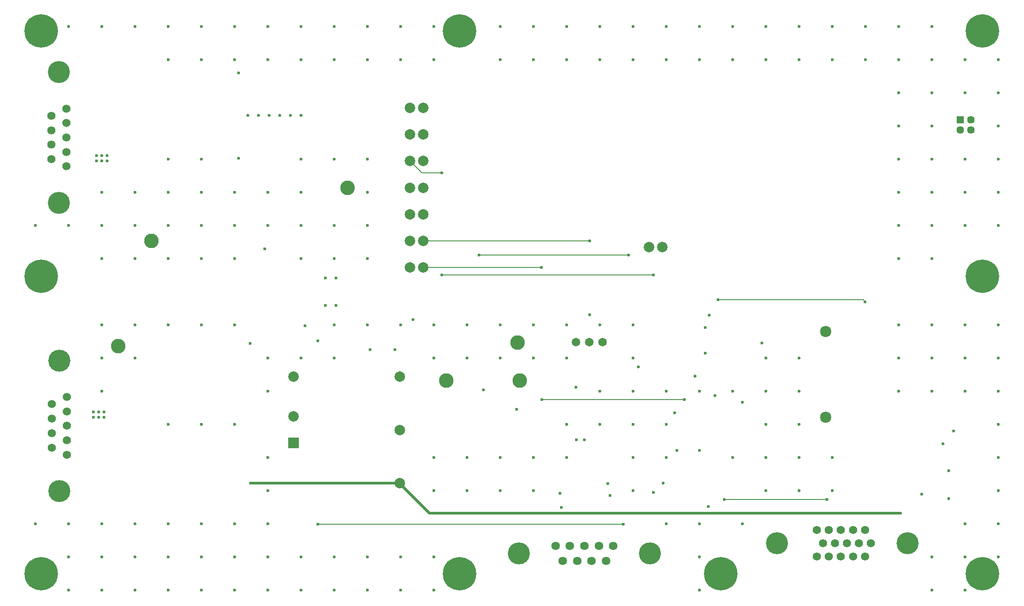
<source format=gbr>
%TF.GenerationSoftware,KiCad,Pcbnew,9.0.3*%
%TF.CreationDate,2025-09-16T12:03:33-04:00*%
%TF.ProjectId,6_COLD_TPC_HV,365f434f-4c44-45f5-9450-435f48562e6b,rev?*%
%TF.SameCoordinates,Original*%
%TF.FileFunction,Copper,L5,Inr*%
%TF.FilePolarity,Positive*%
%FSLAX46Y46*%
G04 Gerber Fmt 4.6, Leading zero omitted, Abs format (unit mm)*
G04 Created by KiCad (PCBNEW 9.0.3) date 2025-09-16 12:03:33*
%MOMM*%
%LPD*%
G01*
G04 APERTURE LIST*
%TA.AperFunction,ComponentPad*%
%ADD10C,2.800000*%
%TD*%
%TA.AperFunction,ComponentPad*%
%ADD11C,6.400000*%
%TD*%
%TA.AperFunction,ComponentPad*%
%ADD12C,2.159000*%
%TD*%
%TA.AperFunction,ComponentPad*%
%ADD13C,1.575000*%
%TD*%
%TA.AperFunction,ComponentPad*%
%ADD14C,4.216000*%
%TD*%
%TA.AperFunction,ComponentPad*%
%ADD15C,1.650000*%
%TD*%
%TA.AperFunction,ComponentPad*%
%ADD16C,2.000000*%
%TD*%
%TA.AperFunction,ComponentPad*%
%ADD17R,1.447800X1.447800*%
%TD*%
%TA.AperFunction,ComponentPad*%
%ADD18C,1.447800*%
%TD*%
%TA.AperFunction,ComponentPad*%
%ADD19C,1.635000*%
%TD*%
%TA.AperFunction,ComponentPad*%
%ADD20C,1.560000*%
%TD*%
%TA.AperFunction,ComponentPad*%
%ADD21R,2.000000X2.000000*%
%TD*%
%TA.AperFunction,ViaPad*%
%ADD22C,0.600000*%
%TD*%
%TA.AperFunction,Conductor*%
%ADD23C,0.500000*%
%TD*%
%TA.AperFunction,Conductor*%
%ADD24C,0.200000*%
%TD*%
G04 APERTURE END LIST*
D10*
%TO.N,/V_TELEM_RTN*%
%TO.C,GND1*%
X104730000Y-118410000D03*
%TD*%
D11*
%TO.N,GNDPWR*%
%TO.C,H3*%
X270000000Y-58000000D03*
%TD*%
%TO.N,GNDPWR*%
%TO.C,H2*%
X90000000Y-105000000D03*
%TD*%
D12*
%TO.N,Net-(P1-Pad1)*%
%TO.C,P1*%
X240000000Y-132049800D03*
%TD*%
D11*
%TO.N,GNDPWR*%
%TO.C,H6*%
X170000000Y-58000000D03*
%TD*%
D13*
%TO.N,/TEMP_0_Telem*%
%TO.C,J3*%
X247536000Y-153630000D03*
%TO.N,/TEMP_1_Telem*%
X245246000Y-153630000D03*
%TO.N,unconnected-(J3-Pad3)*%
X242956000Y-153630000D03*
%TO.N,/HV_I_MON_Telem*%
X240666000Y-153630000D03*
%TO.N,/HV_MON_Telem*%
X238376000Y-153630000D03*
%TO.N,/V3p3_RTN*%
X248681000Y-156170000D03*
X246391000Y-156170000D03*
X244101000Y-156170000D03*
X241811000Y-156170000D03*
X239521000Y-156170000D03*
%TO.N,unconnected-(J3-Pad11)*%
X247536000Y-158710000D03*
%TO.N,unconnected-(J3-Pad12)*%
X245246000Y-158710000D03*
%TO.N,unconnected-(J3-Pad13)*%
X242956000Y-158710000D03*
%TO.N,unconnected-(J3-Pad14)*%
X240666000Y-158710000D03*
%TO.N,unconnected-(J3-Pad15)*%
X238376000Y-158710000D03*
D14*
%TO.N,GNDPWR*%
X230715000Y-156170000D03*
X255705000Y-156170000D03*
%TD*%
D10*
%TO.N,/V3p3*%
%TO.C,V_{3.3V}1*%
X181560000Y-125020000D03*
%TD*%
D15*
%TO.N,/HV_SET_INT*%
%TO.C,J5*%
X197400000Y-117660000D03*
%TO.N,/Main_DCDC_Converter/HV_SET*%
X194860000Y-117660000D03*
%TO.N,/HV_SET_EXT*%
X192320000Y-117660000D03*
%TD*%
D11*
%TO.N,GNDPWR*%
%TO.C,H9*%
X270000000Y-105000000D03*
%TD*%
D16*
%TO.N,/Main_DCDC_Converter/V_RTN*%
%TO.C,U1*%
X160560000Y-72745000D03*
%TO.N,/Main_DCDC_Converter/V_IN*%
X160560000Y-77845000D03*
%TO.N,/HV_I_MON*%
X160560000Y-82945000D03*
%TO.N,/HV_EN*%
X160560000Y-88045000D03*
%TO.N,/V3p3_RTN*%
X160560000Y-93145000D03*
%TO.N,N/C*%
X160560000Y-98245000D03*
%TO.N,/5V_REF*%
X160560000Y-103345000D03*
%TO.N,/Main_DCDC_Converter/V_RTN*%
X163060000Y-72745000D03*
%TO.N,/Main_DCDC_Converter/V_IN*%
X163060000Y-77845000D03*
%TO.N,unconnected-(U1-NC-Pad10)*%
X163060000Y-82945000D03*
%TO.N,/Main_DCDC_Converter/V_RTN*%
X163060000Y-88045000D03*
%TO.N,Net-(U1-V_MODE)*%
X163060000Y-93145000D03*
%TO.N,/Main_DCDC_Converter/HV_SET*%
X163060000Y-98245000D03*
%TO.N,/HV_MON*%
X163060000Y-103345000D03*
%TO.N,/HV_RTN*%
X206260000Y-99445000D03*
X208760000Y-99445000D03*
%TD*%
D11*
%TO.N,GNDPWR*%
%TO.C,H8*%
X170000000Y-162000000D03*
%TD*%
%TO.N,GNDPWR*%
%TO.C,H4*%
X220000000Y-162000000D03*
%TD*%
D17*
%TO.N,/HV_RTN*%
%TO.C,J6*%
X265779999Y-75009999D03*
D18*
X265779999Y-77010000D03*
X267780000Y-75009999D03*
X267780000Y-77010000D03*
%TD*%
D11*
%TO.N,GNDPWR*%
%TO.C,H7*%
X270000000Y-162000000D03*
%TD*%
D19*
%TO.N,/SYNC_n+*%
%TO.C,J4*%
X199440000Y-156690000D03*
%TO.N,/Enable-*%
X196670000Y-156690000D03*
%TO.N,unconnected-(J4-Pad3)*%
X193900000Y-156690000D03*
%TO.N,/SCLK+*%
X191130000Y-156690000D03*
%TO.N,/Data_In-*%
X188360000Y-156690000D03*
%TO.N,/SYNC_n-*%
X198055000Y-159530000D03*
%TO.N,/Enable+*%
X195285000Y-159530000D03*
%TO.N,/SCLK-*%
X192515000Y-159530000D03*
%TO.N,/Data_In+*%
X189745000Y-159530000D03*
D14*
%TO.N,GNDPWR*%
X181400000Y-158110000D03*
X206400000Y-158110000D03*
%TD*%
D20*
%TO.N,/V_TELEM_RTN*%
%TO.C,J2*%
X94880000Y-128120000D03*
X94880000Y-130890000D03*
%TO.N,unconnected-(J2-Pad3)*%
X94880000Y-133660000D03*
%TO.N,/V_TELEM_RTN*%
X94880000Y-136430000D03*
X94880000Y-139200000D03*
%TO.N,/V_TELEM_IN*%
X92040000Y-129505000D03*
X92040000Y-132275000D03*
X92040000Y-135045000D03*
X92040000Y-137815000D03*
D14*
%TO.N,GNDPWR*%
X93460000Y-121160000D03*
X93460000Y-146160000D03*
%TD*%
D21*
%TO.N,/Telemetry_DCDC_Converter/V_POS*%
%TO.C,U4*%
X138247500Y-136930000D03*
D16*
%TO.N,/Telemetry_DCDC_Converter/V_RTN*%
X138247500Y-131830000D03*
%TO.N,/P5V*%
X158547500Y-144630000D03*
%TO.N,unconnected-(U4-COMMON-Pad4)*%
X158547500Y-134430000D03*
%TO.N,/V3p3_RTN*%
X158547500Y-124230000D03*
%TO.N,unconnected-(U4-REMOTE-Pad6)*%
X138247500Y-124230000D03*
%TD*%
D10*
%TO.N,/V3p3_RTN*%
%TO.C,V_{GND}1*%
X167490000Y-124990000D03*
%TD*%
%TO.N,/HV_SET_EXT*%
%TO.C,HV_SET_{-EXT}1*%
X181130000Y-117680000D03*
%TD*%
D11*
%TO.N,GNDPWR*%
%TO.C,H5*%
X90000000Y-162000000D03*
%TD*%
%TO.N,GNDPWR*%
%TO.C,H1*%
X90000000Y-58000000D03*
%TD*%
D20*
%TO.N,/V_SEC_RTN*%
%TO.C,J1*%
X94830000Y-72880000D03*
X94830000Y-75650000D03*
%TO.N,unconnected-(J1-Pad3)*%
X94830000Y-78420000D03*
%TO.N,/V_SEC_RTN*%
X94830000Y-81190000D03*
X94830000Y-83960000D03*
%TO.N,/V_SEC_IN*%
X91990000Y-74265000D03*
X91990000Y-77035000D03*
X91990000Y-79805000D03*
X91990000Y-82575000D03*
D14*
%TO.N,GNDPWR*%
X93410000Y-65920000D03*
X93410000Y-90920000D03*
%TD*%
D10*
%TO.N,/V_SEC_RTN*%
%TO.C,GND2*%
X111060000Y-98240000D03*
%TD*%
D12*
%TO.N,Net-(M3-Pad3)*%
%TO.C,P2*%
X240000000Y-115620000D03*
%TD*%
D10*
%TO.N,/HV_EN*%
%TO.C,V_{EN}1*%
X148590000Y-88075000D03*
%TD*%
D22*
%TO.N,/V_SEC_RTN*%
X101572000Y-81869000D03*
X273050000Y-95250000D03*
X254000000Y-88900000D03*
X184150000Y-57150000D03*
X266700000Y-95250000D03*
X228600000Y-57150000D03*
X254000000Y-76200000D03*
X133350000Y-88900000D03*
X146050000Y-63500000D03*
X146050000Y-101600000D03*
X120650000Y-101600000D03*
X228600000Y-63500000D03*
X139700000Y-95250000D03*
X120650000Y-82550000D03*
X203200000Y-63500000D03*
X133350000Y-57150000D03*
X234950000Y-57150000D03*
X266700000Y-69850000D03*
X133350000Y-63500000D03*
X260350000Y-63500000D03*
X152400000Y-95250000D03*
X101600000Y-88900000D03*
X137668000Y-74168000D03*
X222250000Y-63500000D03*
X139700000Y-74168000D03*
X273050000Y-63500000D03*
X254000000Y-69850000D03*
X209550000Y-57150000D03*
X131572000Y-74168000D03*
X101600000Y-101600000D03*
X133350000Y-95250000D03*
X114300000Y-88900000D03*
X100556000Y-81869000D03*
X254000000Y-82550000D03*
X132730000Y-99745000D03*
X177800000Y-57150000D03*
X247650000Y-57150000D03*
X241300000Y-57150000D03*
X152400000Y-101600000D03*
X120650000Y-95250000D03*
X215900000Y-63500000D03*
X127000000Y-63500000D03*
X102588000Y-81869000D03*
X139700000Y-101600000D03*
X260350000Y-57150000D03*
X139700000Y-82550000D03*
X152400000Y-63500000D03*
X95250000Y-57150000D03*
X146360000Y-105350000D03*
X120650000Y-63500000D03*
X114300000Y-101600000D03*
X254000000Y-95250000D03*
X260350000Y-76200000D03*
X146050000Y-82550000D03*
X254000000Y-101600000D03*
X139700000Y-63500000D03*
X139700000Y-57150000D03*
X260350000Y-88900000D03*
X152400000Y-88900000D03*
X209550000Y-63500000D03*
X254000000Y-63500000D03*
X100556000Y-82885000D03*
X254000000Y-57150000D03*
X234950000Y-63500000D03*
X120650000Y-57150000D03*
X273050000Y-76200000D03*
X135636000Y-74168000D03*
X215900000Y-57150000D03*
X129540000Y-74168000D03*
X114300000Y-63500000D03*
X266700000Y-88900000D03*
X260350000Y-95250000D03*
X102588000Y-82885000D03*
X273050000Y-88900000D03*
X247650000Y-63500000D03*
X152400000Y-82550000D03*
X146050000Y-95250000D03*
X107950000Y-101600000D03*
X107950000Y-95250000D03*
X260350000Y-69850000D03*
X101572000Y-82885000D03*
X114300000Y-82550000D03*
X158750000Y-63500000D03*
X101600000Y-57150000D03*
X146050000Y-57150000D03*
X241300000Y-63500000D03*
X127000000Y-95250000D03*
X127000000Y-57150000D03*
X158750000Y-57150000D03*
X88900000Y-95250000D03*
X184150000Y-63500000D03*
X260350000Y-82550000D03*
X127000000Y-101600000D03*
X107950000Y-88900000D03*
X260350000Y-101600000D03*
X114300000Y-57150000D03*
X196850000Y-57150000D03*
X266700000Y-63500000D03*
X266700000Y-82550000D03*
X114300000Y-95250000D03*
X133604000Y-74168000D03*
X190500000Y-57150000D03*
X273050000Y-82550000D03*
X196850000Y-63500000D03*
X144390000Y-105350000D03*
X127000000Y-88900000D03*
X95250000Y-95250000D03*
X139700000Y-88900000D03*
X152400000Y-57150000D03*
X190500000Y-63500000D03*
X273050000Y-69850000D03*
X165100000Y-63500000D03*
X177800000Y-63500000D03*
X203200000Y-57150000D03*
X120650000Y-88900000D03*
X165100000Y-57150000D03*
X101600000Y-95250000D03*
X107950000Y-57150000D03*
X222250000Y-57150000D03*
%TO.N,GNDPWR*%
X152908000Y-119070000D03*
X127780000Y-66095000D03*
X127770000Y-82395000D03*
%TO.N,/V3p3*%
X198385000Y-144740000D03*
X216980000Y-114810000D03*
X263560000Y-147630000D03*
X174550000Y-126740000D03*
X189205000Y-146580000D03*
X215935000Y-138383800D03*
%TO.N,/V3p3_RTN*%
X218895000Y-127873800D03*
X227840000Y-117770000D03*
X157660000Y-119080000D03*
X211565000Y-138393800D03*
X180910000Y-130470000D03*
X217605000Y-149123800D03*
X258380000Y-146770000D03*
X217735000Y-112490000D03*
X198775000Y-147000000D03*
X161115000Y-113270000D03*
X215090000Y-124100000D03*
X264510000Y-134640000D03*
X263570000Y-142250000D03*
X211155000Y-131183800D03*
X208935000Y-144593800D03*
X193915000Y-136350000D03*
X216980000Y-119770000D03*
X189455000Y-149310000D03*
%TO.N,/V_TELEM_RTN*%
X260350000Y-158750000D03*
X102000000Y-131000000D03*
X127000000Y-165100000D03*
X114300000Y-114300000D03*
X107950000Y-158750000D03*
X190500000Y-114300000D03*
X146050000Y-114300000D03*
X192300000Y-126260000D03*
X127000000Y-158750000D03*
X184150000Y-146050000D03*
X171450000Y-120650000D03*
X273050000Y-158750000D03*
X152400000Y-158750000D03*
X222250000Y-127000000D03*
X177800000Y-146050000D03*
X139700000Y-120650000D03*
X190500000Y-120650000D03*
X101600000Y-114300000D03*
X127000000Y-133350000D03*
X100000000Y-131000000D03*
X273050000Y-133350000D03*
X144400000Y-110600000D03*
X209550000Y-127000000D03*
X120650000Y-133350000D03*
X139700000Y-165100000D03*
X241300000Y-139700000D03*
X273050000Y-139700000D03*
X273050000Y-146050000D03*
X133350000Y-158750000D03*
X234950000Y-139700000D03*
X114300000Y-158750000D03*
X101600000Y-152400000D03*
X254000000Y-120650000D03*
X139700000Y-158750000D03*
X146050000Y-165100000D03*
X158750000Y-114300000D03*
X100000000Y-132000000D03*
X196850000Y-133350000D03*
X234950000Y-120650000D03*
X254000000Y-114300000D03*
X228600000Y-146050000D03*
X101600000Y-127000000D03*
X133350000Y-127000000D03*
X203200000Y-127000000D03*
X234950000Y-133350000D03*
X133350000Y-146050000D03*
X101000000Y-131000000D03*
X266700000Y-127000000D03*
X95250000Y-158750000D03*
X215900000Y-158750000D03*
X102000000Y-132000000D03*
X266700000Y-158750000D03*
X146050000Y-120650000D03*
X101600000Y-120650000D03*
X177800000Y-120650000D03*
X133350000Y-152400000D03*
X266700000Y-152400000D03*
X120650000Y-114300000D03*
X171450000Y-139700000D03*
X266700000Y-165100000D03*
X273050000Y-120650000D03*
X101000000Y-132000000D03*
X171450000Y-146050000D03*
X215900000Y-127000000D03*
X114300000Y-165100000D03*
X241300000Y-146050000D03*
X260350000Y-127000000D03*
X165100000Y-120650000D03*
X215900000Y-152400000D03*
X171450000Y-114300000D03*
X228600000Y-127000000D03*
X165100000Y-158750000D03*
X107950000Y-152400000D03*
X158750000Y-158750000D03*
X215900000Y-165100000D03*
X127000000Y-114300000D03*
X209550000Y-139700000D03*
X228600000Y-139700000D03*
X146360000Y-110600000D03*
X254000000Y-127000000D03*
X165100000Y-139700000D03*
X234950000Y-127000000D03*
X120650000Y-152400000D03*
X107950000Y-120650000D03*
X133350000Y-120650000D03*
X190500000Y-139700000D03*
X177800000Y-139700000D03*
X260350000Y-165100000D03*
X133350000Y-165100000D03*
X133350000Y-139700000D03*
X196850000Y-127000000D03*
X95250000Y-152400000D03*
X165100000Y-165100000D03*
X120650000Y-158750000D03*
X190500000Y-133350000D03*
X152400000Y-165100000D03*
X260350000Y-114300000D03*
X107950000Y-165100000D03*
X184150000Y-114300000D03*
X203200000Y-114300000D03*
X273050000Y-114300000D03*
X203200000Y-133350000D03*
X228600000Y-120650000D03*
X165100000Y-114300000D03*
X273050000Y-152400000D03*
X158750000Y-165100000D03*
X101600000Y-158750000D03*
X203200000Y-146050000D03*
X273050000Y-127000000D03*
X114300000Y-152400000D03*
X101600000Y-165100000D03*
X260350000Y-120650000D03*
X177800000Y-114300000D03*
X222250000Y-139700000D03*
X127000000Y-152400000D03*
X203200000Y-120650000D03*
X140500000Y-114475000D03*
X114300000Y-133350000D03*
X266700000Y-114300000D03*
X209550000Y-133350000D03*
X234950000Y-146050000D03*
X152400000Y-114300000D03*
X184150000Y-139700000D03*
X196850000Y-114300000D03*
X203200000Y-139700000D03*
X165100000Y-146050000D03*
X228600000Y-133350000D03*
X266700000Y-120650000D03*
X95250000Y-165100000D03*
X209550000Y-152400000D03*
X146050000Y-158750000D03*
X120650000Y-165100000D03*
X184150000Y-120650000D03*
X88900000Y-152400000D03*
X107950000Y-114300000D03*
%TO.N,/P5V*%
X129950000Y-117870000D03*
X262450000Y-137070000D03*
X254360000Y-150400000D03*
X130040000Y-144630000D03*
X192365000Y-136340000D03*
%TO.N,/5V_REF*%
X173720000Y-100945000D03*
X204240000Y-122350000D03*
X202320000Y-100950000D03*
%TO.N,/HV_I_MON_Telem*%
X240331193Y-147760234D03*
X220625000Y-147778800D03*
%TO.N,/HV_MON_Telem*%
X224130000Y-129170000D03*
X224130000Y-152390000D03*
%TO.N,/TEMP_0_Telem*%
X247610000Y-109880000D03*
X219470000Y-109500000D03*
%TO.N,/Enable_SIG*%
X201380000Y-152530000D03*
X142910000Y-117340000D03*
X142910000Y-152530000D03*
%TO.N,/HV_MON*%
X185780000Y-128650000D03*
X185710000Y-103320000D03*
X213060000Y-128650000D03*
%TO.N,/HV_I_MON*%
X166640000Y-104760000D03*
X207130000Y-146440000D03*
X207130000Y-104760000D03*
X166630000Y-85230000D03*
%TO.N,/Main_DCDC_Converter/HV_SET*%
X194920000Y-98220000D03*
X194910000Y-112380000D03*
%TD*%
D23*
%TO.N,/P5V*%
X158547500Y-144630000D02*
X158547500Y-144697500D01*
X158547500Y-144697500D02*
X164250000Y-150400000D01*
X164250000Y-150400000D02*
X254360000Y-150400000D01*
X158547500Y-144630000D02*
X130040000Y-144630000D01*
D24*
%TO.N,/5V_REF*%
X173725000Y-100950000D02*
X173720000Y-100945000D01*
X202320000Y-100950000D02*
X173725000Y-100950000D01*
%TO.N,/HV_I_MON_Telem*%
X220625000Y-147778800D02*
X240234800Y-147778800D01*
X240234800Y-147778800D02*
X240284000Y-147828000D01*
%TO.N,/TEMP_0_Telem*%
X247610000Y-109890000D02*
X247590000Y-109870000D01*
X219470000Y-109500000D02*
X247220000Y-109500000D01*
X247220000Y-109500000D02*
X247600000Y-109880000D01*
X247610000Y-109880000D02*
X247610000Y-109890000D01*
X247600000Y-109880000D02*
X247610000Y-109880000D01*
%TO.N,/Enable_SIG*%
X201380000Y-152530000D02*
X142910000Y-152530000D01*
%TO.N,/HV_MON*%
X163085000Y-103320000D02*
X163060000Y-103345000D01*
X213060000Y-128650000D02*
X185780000Y-128650000D01*
X185710000Y-103320000D02*
X163085000Y-103320000D01*
%TO.N,/HV_I_MON*%
X162845000Y-85230000D02*
X160560000Y-82945000D01*
X207130000Y-104760000D02*
X166650000Y-104760000D01*
X166630000Y-85230000D02*
X162845000Y-85230000D01*
%TO.N,/Main_DCDC_Converter/HV_SET*%
X194920000Y-98220000D02*
X163085000Y-98220000D01*
X163085000Y-98220000D02*
X163060000Y-98245000D01*
%TD*%
M02*

</source>
